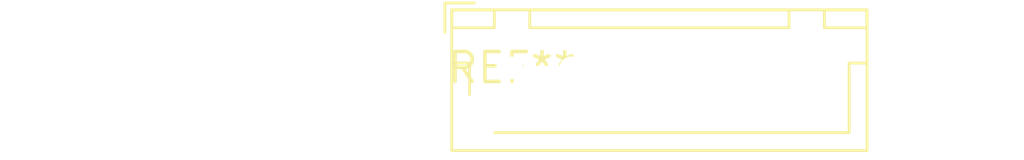
<source format=kicad_pcb>
(kicad_pcb (version 20240108) (generator pcbnew)
  (layers (0 "F.Cu" signal) (31 "B.Cu" signal) (34 "B.Paste" user) (35 "F.Paste" user) (36 "B.SilkS" user "B.Silkscreen") (37 "F.SilkS" user "F.Silkscreen") (38 "B.Mask" user) (39 "F.Mask" user) (44 "Edge.Cuts" user))
  (net 0 "")
  (footprint "JST_XH_B6B-XH-AM_1x06_P2.50mm_Vertical" (layer "F.Cu") (at 0 0)
    (property "Reference" "REF**")
    (property "Value" "JST_XH_B6B-XH-AM_1x06_P2.50mm_Vertical")
    (fp_line (start -2.85 -2.75) (end -2.85 -1.5) (layer "F.SilkS") (stroke (width 0.12)))
    (fp_line (start -2.56 -2.46) (end -2.56 3.51) (layer "F.SilkS") (stroke (width 0.12)))
    (fp_line (start -2.56 3.51) (end 15.06 3.51) (layer "F.SilkS") (stroke (width 0.12)))
    (fp_line (start -2.55 -2.45) (end -2.55 -1.7) (layer "F.SilkS") (stroke (width 0.12)))
    (fp_line (start -2.55 -1.7) (end -0.75 -1.7) (layer "F.SilkS") (stroke (width 0.12)))
    (fp_line (start -2.55 -0.2) (end -1.8 -0.2) (layer "F.SilkS") (stroke (width 0.12)))
    (fp_line (start -1.8 -0.2) (end -1.8 1.14) (layer "F.SilkS") (stroke (width 0.12)))
    (fp_line (start -1.6 -2.75) (end -2.85 -2.75) (layer "F.SilkS") (stroke (width 0.12)))
    (fp_line (start -0.75 -2.45) (end -2.55 -2.45) (layer "F.SilkS") (stroke (width 0.12)))
    (fp_line (start -0.75 -1.7) (end -0.75 -2.45) (layer "F.SilkS") (stroke (width 0.12)))
    (fp_line (start 0.75 -2.45) (end 0.75 -1.7) (layer "F.SilkS") (stroke (width 0.12)))
    (fp_line (start 0.75 -1.7) (end 11.75 -1.7) (layer "F.SilkS") (stroke (width 0.12)))
    (fp_line (start 6.25 2.75) (end -0.74 2.75) (layer "F.SilkS") (stroke (width 0.12)))
    (fp_line (start 11.75 -2.45) (end 0.75 -2.45) (layer "F.SilkS") (stroke (width 0.12)))
    (fp_line (start 11.75 -1.7) (end 11.75 -2.45) (layer "F.SilkS") (stroke (width 0.12)))
    (fp_line (start 13.25 -2.45) (end 13.25 -1.7) (layer "F.SilkS") (stroke (width 0.12)))
    (fp_line (start 13.25 -1.7) (end 15.05 -1.7) (layer "F.SilkS") (stroke (width 0.12)))
    (fp_line (start 14.3 -0.2) (end 14.3 2.75) (layer "F.SilkS") (stroke (width 0.12)))
    (fp_line (start 14.3 2.75) (end 6.25 2.75) (layer "F.SilkS") (stroke (width 0.12)))
    (fp_line (start 15.05 -2.45) (end 13.25 -2.45) (layer "F.SilkS") (stroke (width 0.12)))
    (fp_line (start 15.05 -1.7) (end 15.05 -2.45) (layer "F.SilkS") (stroke (width 0.12)))
    (fp_line (start 15.05 -0.2) (end 14.3 -0.2) (layer "F.SilkS") (stroke (width 0.12)))
    (fp_line (start 15.06 -2.46) (end -2.56 -2.46) (layer "F.SilkS") (stroke (width 0.12)))
    (fp_line (start 15.06 3.51) (end 15.06 -2.46) (layer "F.SilkS") (stroke (width 0.12)))
    (pad "" np_thru_hole circle (at -1.6 2) (size 1.2 1.2) (drill 1.2) (layers *.Cu *.Mask))
    (pad "1" thru_hole roundrect (at 0 0) (size 1.7 1.95) (drill 0.95) (layers *.Cu *.Mask) (remove_unused_layers) (roundrect_rratio 0.147059))
    (pad "2" thru_hole oval (at 2.5 0) (size 1.7 1.95) (drill 0.95) (layers *.Cu *.Mask) (remove_unused_layers))
    (pad "3" thru_hole oval (at 5 0) (size 1.7 1.95) (drill 0.95) (layers *.Cu *.Mask) (remove_unused_layers))
    (pad "4" thru_hole oval (at 7.5 0) (size 1.7 1.95) (drill 0.95) (layers *.Cu *.Mask) (remove_unused_layers))
    (pad "5" thru_hole oval (at 10 0) (size 1.7 1.95) (drill 0.95) (layers *.Cu *.Mask) (remove_unused_layers))
    (pad "6" thru_hole oval (at 12.5 0) (size 1.7 1.95) (drill 0.95) (layers *.Cu *.Mask) (remove_unused_layers))
  )
)
</source>
